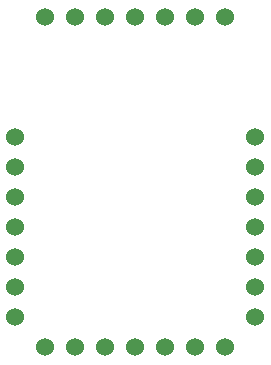
<source format=gbr>
%TF.GenerationSoftware,KiCad,Pcbnew,(5.1.9-0-10_14)*%
%TF.CreationDate,2021-07-27T13:00:09-05:00*%
%TF.ProjectId,castellated_breakout,63617374-656c-46c6-9174-65645f627265,rev?*%
%TF.SameCoordinates,Original*%
%TF.FileFunction,Paste,Top*%
%TF.FilePolarity,Positive*%
%FSLAX46Y46*%
G04 Gerber Fmt 4.6, Leading zero omitted, Abs format (unit mm)*
G04 Created by KiCad (PCBNEW (5.1.9-0-10_14)) date 2021-07-27 13:00:09*
%MOMM*%
%LPD*%
G01*
G04 APERTURE LIST*
%ADD10C,1.524000*%
G04 APERTURE END LIST*
D10*
%TO.C,U1*%
X148590000Y-107950000D03*
X148590000Y-105410000D03*
X148590000Y-102870000D03*
X148590000Y-100330000D03*
X148590000Y-97790000D03*
X148590000Y-95250000D03*
X148590000Y-92710000D03*
X151130000Y-82550000D03*
X153670000Y-82550000D03*
X156210000Y-82550000D03*
X158750000Y-82550000D03*
X161290000Y-82550000D03*
X163830000Y-82550000D03*
X166370000Y-82550000D03*
X168910000Y-92710000D03*
X168910000Y-95250000D03*
X168910000Y-97790000D03*
X168910000Y-100330000D03*
X168910000Y-102870000D03*
X168910000Y-105410000D03*
X168910000Y-107950000D03*
X166370000Y-110490000D03*
X163830000Y-110490000D03*
X161290000Y-110490000D03*
X158750000Y-110490000D03*
X156210000Y-110490000D03*
X153670000Y-110490000D03*
X151130000Y-110490000D03*
%TD*%
M02*

</source>
